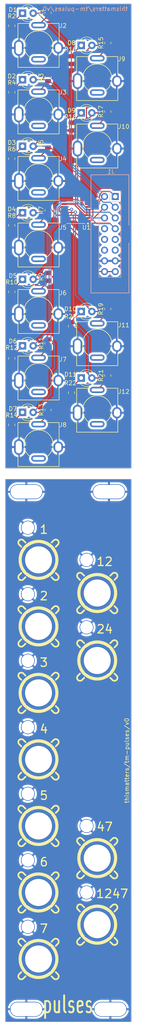
<source format=kicad_pcb>
(kicad_pcb (version 20221018) (generator pcbnew)
  (layers (0 "F.Cu" signal) (31 "B.Cu" signal) (34 "B.Paste" user) (35 "F.Paste" user) (36 "B.SilkS" user "B.Silkscreen") (37 "F.SilkS" user "F.Silkscreen") (38 "B.Mask" user) (39 "F.Mask" user) (44 "Edge.Cuts" user))
  (net 0 "")
  (net 1 "+12V")
  (net 2 "GND")
  (net 3 "Net-(D1-K)")
  (net 4 "/B1")
  (net 5 "Net-(D2-K)")
  (net 6 "/FACE")
  (net 7 "/B2")
  (net 8 "Net-(D3-K)")
  (net 9 "/B3")
  (net 10 "Net-(D4-K)")
  (net 11 "/B4")
  (net 12 "Net-(D5-K)")
  (net 13 "/B5")
  (net 14 "Net-(D6-K)")
  (net 15 "/B6")
  (net 16 "Net-(D7-K)")
  (net 17 "/B7")
  (net 18 "Net-(D8-K)")
  (net 19 "/B12")
  (net 20 "Net-(D9-K)")
  (net 21 "/B24")
  (net 22 "Net-(D10-K)")
  (net 23 "/B47")
  (net 24 "Net-(D11-K)")
  (net 25 "/B1247")
  (net 42 "Net-(J2-PadT)")
  (net 43 "Net-(J3-PadT)")
  (net 44 "Net-(J4-PadT)")
  (net 45 "Net-(J5-PadT)")
  (net 46 "Net-(J6-PadT)")
  (net 47 "Net-(J7-PadT)")
  (net 48 "Net-(J8-PadT)")
  (net 49 "Net-(J9-PadT)")
  (net 50 "Net-(J10-PadT)")
  (net 51 "Net-(J11-PadT)")
  (net 52 "Net-(J12-PadT)")
  (footprint "Resistor_SMD:R_0805_2012Metric" (layer "F.Cu") (at 137.908 67.936 90)
    (fp_text reference "R20" (at 2.286 -0.254 180) (layer "F.SilkS"))
    (fp_text value "2K")
    (pad "1" smd roundrect (at -0.9125 0 90) (size 1.025 1.4) (layers "F.Cu" "F.Paste" "F.Mask") (roundrect_rratio 0.243902) (net 2 "GND"))
    (pad "2" smd roundrect (at 0.9125 0 90) (size 1.025 1.4) (layers "F.Cu" "F.Paste" "F.Mask") (roundrect_rratio 0.243902) (net 22 "Net-(D10-K)"))
  )
  (footprint "LED_THT:LED_D3.0mm" (layer "F.Cu") (at 140.217 64.46)
    (fp_text reference "D10" (at -2.563 -0.588) (layer "F.SilkS"))
    (fp_text value "LED_GREEN")
    (pad "1" thru_hole rect (at 0 0) (size 1.8 1.8) (drill 0.9) (layers "*.Cu" "*.Mask") (net 22 "Net-(D10-K)"))
    (pad "2" thru_hole circle (at 2.54 0) (size 1.8 1.8) (drill 0.9) (layers "*.Cu" "*.Mask") (net 23 "/B47"))
  )
  (footprint "Eurorack:Mech-LED-Hole-3mm" (layer "F.Cu") (at 127.517 194.378)
    (fp_text reference "H21" hide)
    (fp_text value "6")
    (pad "1" thru_hole circle (at 0 0) (size 3.3 3.3) (drill 3) (layers "*.Cu" "*.Mask") (net 6 "/FACE"))
  )
  (footprint "LED_THT:LED_D3.0mm" (layer "F.Cu") (at 140.217 1.468)
    (fp_text reference "D8" (at -2.309 -0.588) (layer "F.SilkS"))
    (fp_text value "LED_GREEN")
    (pad "1" thru_hole rect (at 0 0) (size 1.8 1.8) (drill 0.9) (layers "*.Cu" "*.Mask") (net 18 "Net-(D8-K)"))
    (pad "2" thru_hole circle (at 2.54 0) (size 1.8 1.8) (drill 0.9) (layers "*.Cu" "*.Mask") (net 19 "/B12"))
  )
  (footprint "Eurorack:Mech-LED-Hole-3mm" (layer "F.Cu") (at 141.492 186.25)
    (fp_text reference "H25" hide)
    (fp_text value "47")
    (pad "1" thru_hole circle (at 0 0) (size 3.3 3.3) (drill 3) (layers "*.Cu" "*.Mask") (net 6 "/FACE"))
  )
  (footprint "LED_THT:LED_D3.0mm" (layer "F.Cu") (at 126.242 -6.152)
    (fp_text reference "D1" (at -2.304 -0.842) (layer "F.SilkS"))
    (fp_text value "LED_GREEN")
    (pad "1" thru_hole rect (at 0 0) (size 1.8 1.8) (drill 0.9) (layers "*.Cu" "*.Mask") (net 3 "Net-(D1-K)"))
    (pad "2" thru_hole circle (at 2.54 0) (size 1.8 1.8) (drill 0.9) (layers "*.Cu" "*.Mask") (net 4 "/B1"))
  )
  (footprint "Eurorack:Mech-LED-Hole-3mm" (layer "F.Cu") (at 127.517 131.386)
    (fp_text reference "H17" hide)
    (fp_text value "2")
    (pad "1" thru_hole circle (at 0 0) (size 3.3 3.3) (drill 3) (layers "*.Cu" "*.Mask") (net 6 "/FACE"))
  )
  (footprint "Resistor_SMD:R_0805_2012Metric" (layer "F.Cu") (at 123.684 59.808 90)
    (fp_text reference "R10" (at 2.286 0 180) (layer "F.SilkS"))
    (fp_text value "2K")
    (pad "1" smd roundrect (at -0.9125 0 90) (size 1.025 1.4) (layers "F.Cu" "F.Paste" "F.Mask") (roundrect_rratio 0.243902) (net 2 "GND"))
    (pad "2" smd roundrect (at 0.9125 0 90) (size 1.025 1.4) (layers "F.Cu" "F.Paste" "F.Mask") (roundrect_rratio 0.243902) (net 12 "Net-(D5-K)"))
  )
  (footprint "Eurorack:Mech-AudioJack-Hole-Output-Gate" (layer "F.Cu") (at 130.057 154.754)
    (fp_text reference "H7")
    (fp_text value "3" (at 1.275 -7.192 unlocked) (layer "F.SilkS") (effects (font (size 2 2) (thickness 0.3))))
    (pad "1" thru_hole circle (at 0 0 90) (size 8 8) (drill 6.4) (layers "*.Cu" "*.Mask") (net 6 "/FACE"))
  )
  (footprint "Resistor_SMD:R_0805_2012Metric" (layer "F.Cu") (at 132.32 24.756 90)
    (fp_text reference "R5" (at 0 -1.65 90) (layer "F.SilkS"))
    (fp_text value "1K")
    (pad "1" smd roundrect (at -0.9125 0 90) (size 1.025 1.4) (layers "F.Cu" "F.Paste" "F.Mask") (roundrect_rratio 0.243902) (net 44 "Net-(J4-PadT)"))
    (pad "2" smd roundrect (at 0.9125 0 90) (size 1.025 1.4) (layers "F.Cu" "F.Paste" "F.Mask") (roundrect_rratio 0.243902) (net 9 "/B3"))
  )
  (footprint "Eurorack:AudioJack2_Tayda_A-2566" (layer "F.Cu") (at 130.057 95.956)
    (fp_text reference "J8" (at 5.819 -4.652 unlocked) (layer "F.SilkS"))
    (fp_text value "OUT7")
    (pad "S" thru_hole oval (at -4.7 0.6) (size 2.25 3.75) (drill oval 1.45 2.95) (layers "*.Cu" "*.Mask") (net 2 "GND"))
    (pad "S" thru_hole oval (at 4.7 0.6) (size 2.25 2.7) (drill oval 1.45 1.9) (layers "*.Cu" "*.Mask") (net 2 "GND"))
    (pad "T" thru_hole oval (at 0 -4.8) (size 3.5 1.5) (drill oval 2.7 0.7) (layers "*.Cu" "*.Mask") (net 48 "Net-(J8-PadT)"))
    (pad "TN" thru_hole oval (at 0 3.3) (size 3.5 1.5) (drill oval 2.7 0.7) (layers "*.Cu" "*.Mask"))
  )
  (footprint "Eurorack:Mech-AudioJack-Hole-Output-Gate" (layer "F.Cu") (at 130.057 217.746)
    (fp_text reference "H11")
    (fp_text value "7" (at 1.275 -7.192 unlocked) (layer "F.SilkS") (effects (font (size 2 2) (thickness 0.3))))
    (pad "1" thru_hole circle (at 0 0 90) (size 8 8) (drill 6.4) (layers "*.Cu" "*.Mask") (net 6 "/FACE"))
  )
  (footprint "Resistor_SMD:R_0805_2012Metric" (layer "F.Cu") (at 146.544 17.136 90)
    (fp_text reference "R17" (at 0 -1.65 90) (layer "F.SilkS"))
    (fp_text value "1K")
    (pad "1" smd roundrect (at -0.9125 0 90) (size 1.025 1.4) (layers "F.Cu" "F.Paste" "F.Mask") (roundrect_rratio 0.243902) (net 50 "Net-(J10-PadT)"))
    (pad "2" smd roundrect (at 0.9125 0 90) (size 1.025 1.4) (layers "F.Cu" "F.Paste" "F.Mask") (roundrect_rratio 0.243902) (net 21 "/B24"))
  )
  (footprint "Resistor_SMD:R_0805_2012Metric" (layer "F.Cu") (at 137.908 4.944 90)
    (fp_text reference "R16" (at 2.54 -0.254 180) (layer "F.SilkS"))
    (fp_text value "2K")
    (pad "1" smd roundrect (at -0.9125 0 90) (size 1.025 1.4) (layers "F.Cu" "F.Paste" "F.Mask") (roundrect_rratio 0.243902) (net 2 "GND"))
    (pad "2" smd roundrect (at 0.9125 0 90) (size 1.025 1.4) (layers "F.Cu" "F.Paste" "F.Mask") (roundrect_rratio 0.243902) (net 18 "Net-(D8-K)"))
  )
  (footprint "Resistor_SMD:R_0805_2012Metric" (layer "F.Cu") (at 132.32 9.008 90)
    (fp_text reference "R3" (at 0 -1.65 90) (layer "F.SilkS"))
    (fp_text value "1K")
    (pad "1" smd roundrect (at -0.9125 0 90) (size 1.025 1.4) (layers "F.Cu" "F.Paste" "F.Mask") (roundrect_rratio 0.243902) (net 43 "Net-(J3-PadT)"))
    (pad "2" smd roundrect (at 0.9125 0 90) (size 1.025 1.4) (layers "F.Cu" "F.Paste" "F.Mask") (roundrect_rratio 0.243902) (net 7 "/B2"))
  )
  (footprint "LED_THT:LED_D3.0mm" (layer "F.Cu") (at 126.242 56.84)
    (fp_text reference "D5" (at -2.304 -0.842) (layer "F.SilkS"))
    (fp_text value "LED_GREEN")
    (pad "1" thru_hole rect (at 0 0) (size 1.8 1.8) (drill 0.9) (layers "*.Cu" "*.Mask") (net 12 "Net-(D5-K)"))
    (pad "2" thru_hole circle (at 2.54 0) (size 1.8 1.8) (drill 0.9) (layers "*.Cu" "*.Mask") (net 13 "/B5"))
  )
  (footprint "Package_SO:TSSOP-14_4.4x5mm_P0.65mm" (layer "F.Cu") (at 138.924 41.012 180)
    (fp_text reference "U1" (at -2.54 -3.556) (layer "F.SilkS"))
    (fp_text value "4081")
    (pad "1" smd roundrect (at -2.8625 -1.95 180) (size 1.475 0.4) (layers "F.Cu" "F.Paste" "F.Mask") (net 11 "/B4"))
    (pad "2" smd roundrect (at -2.8625 -1.3 180) (size 1.475 0.4) (layers "F.Cu" "F.Paste" "F.Mask") (net 7 "/B2"))
    (pad "3" smd roundrect (at -2.8625 -0.65 180) (size 1.475 0.4) (layers "F.Cu" "F.Paste" "F.Mask") (net 19 "/B12"))
    (pad "4" smd roundrect (at -2.8625 0 180) (size 1.475 0.4) (layers "F.Cu" "F.Paste" "F.Mask") (net 21 "/B24"))
    (pad "5" smd roundrect (at -2.8625 0.65 180) (size 1.475 0.4) (layers "F.Cu" "F.Paste" "F.Mask") (net 7 "/B2"))
    (pad "6" smd roundrect (at -2.8625 1.3 180) (size 1.475 0.4) (layers "F.Cu" "F.Paste" "F.Mask") (net 4 "/B1"))
    (pad "7" smd roundrect (at -2.8625 1.95 180) (size 1.475 0.4) (layers "F.Cu" "F.Paste" "F.Mask") (net 2 "GND"))
    (pad "8" smd roundrect (at 2.8625 1.95 180) (size 1.475 0.4) (layers "F.Cu" "F.Paste" "F.Mask") (net 19 "/B12"))
    (pad "9" smd roundrect (at 2.8625 1.3 180) (size 1.475 0.4) (layers "F.Cu" "F.Paste" "F.Mask") (net 23 "/B47"))
    (pad "10" smd roundrect (at 2.8625 0.65 180) (size 1.475 0.4) (layers "F.Cu" "F.Paste" "F.Mask") (net 25 "/B1247"))
    (pad "11" smd roundrect (at 2.8625 0 180) (size 1.475 0.4) (layers "F.Cu" "F.Paste" "F.Mask") (net 23 "/B47"))
    (pad "12" smd roundrect (at 2.8625 -0.65 180) (size 1.475 0.4) (layers "F.Cu" "F.Paste" "F.Mask") (net 11 "/B4"))
    (pad "13" smd roundrect (at 2.8625 -1.3 180) (size 1.475 0.4) (layers "F.Cu" "F.Paste" "F.Mask") (net 17 "/B7"))
    (pad "14" smd roundrect (at 2.8625 -1.95 180) (size 1.475 0.4) (layers "F.Cu" "F.Paste" "F.Mask") (net 1 "+12V"))
  )
  (footprint "Eurorack:Mech-MountingHole" (layer "F.Cu") (at 127.16 107.14)
    (fp_text reference "H1")
    (fp_text value "mount0")
    (pad "1" thru_hole oval (at 0 0 90) (size 3.5 7.8) (drill oval 3.2 7.5) (layers "*.Cu" "*.Mask") (net 6 "/FACE"))
  )
  (footprint "Eurorack:Mech-LED-Hole-3mm" (layer "F.Cu") (at 141.492 139.234)
    (fp_text reference "H24" hide)
    (fp_text value "24")
    (pad "1" thru_hole circle (at 0 0) (size 3.3 3.3) (drill 3) (layers "*.Cu" "*.Mask") (net 6 "/FACE"))
  )
  (footprint "Eurorack:Mech-AudioJack-Hole-Output-Gate" (layer "F.Cu") (at 130.057 123.258)
    (fp_text reference "H5")
    (fp_text value "1" (at 1.275 -7.192 unlocked) (layer "F.SilkS") (effects (font (size 2 2) (thickness 0.3))))
    (pad "1" thru_hole circle (at 0 0 90) (size 8 8) (drill 6.4) (layers "*.Cu" "*.Mask") (net 6 "/FACE"))
  )
  (footprint "Resistor_SMD:R_0805_2012Metric" (layer "F.Cu") (at 137.908 20.692 90)
    (fp_text reference "R18" (at 2.286 -0.254 180) (layer "F.SilkS"))
    (fp_text value "2K")
    (pad "1" smd roundrect (at -0.9125 0 90) (size 1.025 1.4) (layers "F.Cu" "F.Paste" "F.Mask") (roundrect_rratio 0.243902) (net 2 "GND"))
    (pad "2" smd roundrect (at 0.9125 0 90) (size 1.025 1.4) (layers "F.Cu" "F.Paste" "F.Mask") (roundrect_rratio 0.243902) (net 20 "Net-(D9-K)"))
  )
  (footprint "Eurorack:Mech-LED-Hole-3mm" (layer "F.Cu") (at 127.517 162.882)
    (fp_text reference "H19" hide)
    (fp_text value "4")
    (pad "1" thru_hole circle (at 0 0) (size 3.3 3.3) (drill 3) (layers "*.Cu" "*.Mask") (net 6 "/FACE"))
  )
  (footprint "Eurorack:Mech-MountingHole" (layer "F.Cu") (at 127.16 229.64)
    (fp_text reference "H4")
    (fp_text value "mount1")
    (pad "1" thru_hole oval (at 0 0 90) (size 3.5 7.8) (drill oval 3.2 7.5) (layers "*.Cu" "*.Mask") (net 6 "/FACE"))
  )
  (footprint "Eurorack:Mech-AudioJack-Hole-Output-Gate" (layer "F.Cu") (at 144.032 147.08)
    (fp_text reference "H13")
    (fp_text value "24" (at 1.778 -7.42 unlocked) (layer "F.SilkS") (effects (font (size 2 2) (thickness 0.3))))
    (pad "1" thru_hole circle (at 0 0 90) (size 8 8) (drill 6.4) (layers "*.Cu" "*.Mask") (net 6 "/FACE"))
  )
  (footprint "Eurorack:AudioJack2_Tayda_A-2566" (layer "F.Cu") (at 130.057 17.216)
    (fp_text reference "J3" (at 5.819 -4.652 unlocked) (layer "F.SilkS"))
    (fp_text value "OUT2")
    (pad "S" thru_hole oval (at -4.7 0.6) (size 2.25 3.75) (drill oval 1.45 2.95) (layers "*.Cu" "*.Mask") (net 2 "GND"))
    (pad "S" thru_hole oval (at 4.7 0.6) (size 2.25 2.7) (drill oval 1.45 1.9) (layers "*.Cu" "*.Mask") (net 2 "GND"))
    (pad "T" thru_hole oval (at 0 -4.8) (size 3.5 1.5) (drill oval 2.7 0.7) (layers "*.Cu" "*.Mask") (net 43 "Net-(J3-PadT)"))
    (pad "TN" thru_hole oval (at 0 3.3) (size 3.5 1.5) (drill oval 2.7 0.7) (layers "*.Cu" "*.Mask"))
  )
  (footprint "Eurorack:Mech-AudioJack-Hole-Output-Gate" (layer "F.Cu") (at 130.057 186.25)
    (fp_text reference "H9")
    (fp_text value "5" (at 1.275 -7.192 unlocked) (layer "F.SilkS") (effects (font (size 2 2) (thickness 0.3))))
    (pad "1" thru_hole circle (at 0 0 90) (size 8 8) (drill 6.4) (layers "*.Cu" "*.Mask") (net 6 "/FACE"))
  )
  (footprint "Eurorack:AudioJack2_Tayda_A-2566" (layer "F.Cu") (at 144.032 9.316)
    (fp_text reference "J9" (at 5.814 -4.626 unlocked) (layer "F.SilkS"))
    (fp_text value "OUT12")
    (pad "S" thru_hole oval (at -4.7 0.6) (size 2.25 3.75) (drill oval 1.45 2.95) (layers "*.Cu" "*.Mask") (net 2 "GND"))
    (pad "S" thru_hole oval (at 4.7 0.6) (size 2.25 2.7) (drill oval 1.45 1.9) (layers "*.Cu" "*.Mask") (net 2 "GND"))
    (pad "T" thru_hole oval (at 0 -4.8) (size 3.5 1.5) (drill oval 2.7 0.7) (layers "*.Cu" "*.Mask") (net 49 "Net-(J9-PadT)"))
    (pad "TN" thru_hole oval (at 0 3.3) (size 3.5 1.5) (drill oval 2.7 0.7) (layers "*.Cu" "*.Mask"))
  )
  (footprint "Resistor_SMD:R_0805_2012Metric" (layer "F.Cu") (at 132.32 -6.232 90)
    (fp_text reference "R1" (at 0 -1.65 90) (layer "F.SilkS"))
    (fp_text value "1K")
    (pad "1" smd roundrect (at -0.9125 0 90) (size 1.025 1.4) (layers "F.Cu" "F.Paste" "F.Mask") (roundrect_rratio 0.243902) (net 42 "Net-(J2-PadT)"))
    (pad "2" smd roundrect (at 0.9125 0 90) (size 1.025 1.4) (layers "F.Cu" "F.Paste" "F.Mask") (roundrect_rratio 0.243902) (net 4 "/B1"))
  )
  (footprint "Eurorack:AudioJack2_Tayda_A-2566" (layer "F.Cu") (at 130.057 80.208)
    (fp_text reference "J7" (at 5.819 -4.398 unlocked) (layer "F.SilkS"))
    (fp_text value "OUT6")
    (pad "S" thru_hole oval (at -4.7 0.6) (size 2.25 3.75) (drill oval 1.45 2.95) (layers "*.Cu" "*.Mask") (net 2 "GND"))
    (pad "S" thru_hole oval (at 4.7 0.6) (size 2.25 2.7) (drill oval 1.45 1.9) (layers "*.Cu" "*.Mask") (net 2 "GND"))
    (pad "T" thru_hole oval (at 0 -4.8) (size 3.5 1.5) (drill oval 2.7 0.7) (layers "*.Cu" "*.Mask") (net 47 "Net-(J7-PadT)"))
    (pad "TN" thru_hole oval (at 0 3.3) (size 3.5 1.5) (drill oval 2.7 0.7) (layers "*.Cu" "*.Mask"))
  )
  (footprint "Resistor_SMD:R_0805_2012Metric" (layer "F.Cu") (at 123.684 44.06 90)
    (fp_text reference "R8" (at 2.286 0 180) (layer "F.SilkS"))
    (fp_text value "2K")
    (pad "1" smd roundrect (at -0.9125 0 90) (size 1.025 1.4) (layers "F.Cu" "F.Paste" "F.Mask") (roundrect_rratio 0.243902) (net 2 "GND"))
    (pad "2" smd roundrect (at 0.9125 0 90) (size 1.025 1.4) (layers "F.Cu" "F.Paste" "F.Mask") (roundrect_rratio 0.243902) (net 10 "Net-(D4-K)"))
  )
  (footprint "Eurorack:Mech-AudioJack-Hole-Output-Gate" (layer "F.Cu") (at 144.032 193.87)
    (fp_text reference "H14")
    (fp_text value "47" (at 1.778 -7.42 unlocked) (layer "F.SilkS") (effects (font (size 2 2) (thickness 0.3))))
    (pad "1" thru_hole circle (at 0 0 90) (size 8 8) (drill 6.4) (layers "*.Cu" "*.Mask") (net 6 "/FACE"))
  )
  (footprint "Eurorack:Mech-LED-Hole-3mm" (layer "F.Cu") (at 127.517 210.126)
    (fp_text reference "H22" hide)
    (fp_text value "7")
    (pad "1" thru_hole circle (at 0 0) (size 3.3 3.3) (drill 3) (layers "*.Cu" "*.Mask") (net 6 "/FACE"))
  )
  (footprint "Resistor_SMD:R_0805_2012Metric" (layer "F.Cu") (at 123.684 28.312 90)
    (fp_text reference "R6" (at 2.286 0 180) (layer "F.SilkS"))
    (fp_text value "2K")
    (pad "1" smd roundrect (at -0.9125 0 90) (size 1.025 1.4) (layers "F.Cu" "F.Paste" "F.Mask") (roundrect_rratio 0.243902) (net 2 "GND"))
    (pad "2" smd roundrect (at 0.9125 0 90) (size 1.025 1.4) (layers "F.Cu" "F.Paste" "F.Mask") (roundrect_rratio 0.243902) (net 8 "Net-(D3-K)"))
  )
  (footprint "Resistor_SMD:R_0805_2012Metric" (layer "F.Cu") (at 132.32 56.252 90)
    (fp_text reference "R9" (at 0 -1.65 90) (layer "F.SilkS"))
    (fp_text value "1K")
    (pad "1" smd roundrect (at -0.9125 0 90) (size 1.025 1.4) (layers "F.Cu" "F.Paste" "F.Mask") (roundrect_rratio 0.243902) (net 46 "Net-(J6-PadT)"))
    (pad "2" smd roundrect (at 0.9125 0 90) (size 1.025 1.4) (layers "F.Cu" "F.Paste" "F.Mask") (roundrect_rratio 0.243902) (net 13 "/B5"))
  )
  (footprint "Resistor_SMD:R_0805_2012Metric" (layer "F.Cu") (at 132.32 40.504 90)
    (fp_text reference "R7" (at 0 -1.65 90) (layer "F.SilkS"))
    (fp_text value "1K")
    (pad "1" smd roundrect (at -0.9125 0 90) (size 1.025 1.4) (layers "F.Cu" "F.Paste" "F.Mask") (roundrect_rratio 0.243902) (net 45 "Net-(J5-PadT)"))
    (pad "2" smd roundrect (at 0.9125 0 90) (size 1.025 1.4) (layers "F.Cu" "F.Paste" "F.Mask") (roundrect_rratio 0.243902) (net 11 "/B4"))
  )
  (footprint "Eurorack:Mech-AudioJack-Hole-Output-Gate" (layer "F.Cu") (at 130.057 139.006)
    (fp_text reference "H6")
    (fp_text value "2" (at 1.275 -7.192 unlocked) (layer "F.SilkS") (effects (font (size 2 2) (thickness 0.3))))
    (pad "1" thru_hole circle (at 0 0 90) (size 8 8) (drill 6.4) (layers "*.Cu" "*.Mask") (net 6 "/FACE"))
  )
  (footprint "Eurorack:AudioJack2_Tayda_A-2566" (layer "F.Cu") (at 130.057 32.964)
    (fp_text reference "J4" (at 5.819 -4.652 unlocked) (layer "F.SilkS"))
    (fp_text value "OUT3")
    (pad "S" thru_hole oval (at -4.7 0.6) (size 2.25 3.75) (drill oval 1.45 2.95) (layers "*.Cu" "*.Mask") (net 2 "GND"))
    (pad "S" thru_hole oval (at 4.7 0.6) (size 2.25 2.7) (drill oval 1.45 1.9) (layers "*.Cu" "*.Mask") (net 2 "GND"))
    (pad "T" thru_hole oval (at 0 -4.8) (size 3.5 1.5) (drill oval 2.7 0.7) (layers "*.Cu" "*.Mask") (net 44 "Net-(J4-PadT)"))
    (pad "TN" thru_hole oval (at 0 3.3) (size 3.5 1.5) (drill oval 2.7 0.7) (layers "*.Cu" "*.Mask"))
  )
  (footprint "Eurorack:Mech-AudioJack-Hole-Output-Gate" (layer "F.Cu") (at 130.057 170.502)
    (fp_text reference "H8")
    (fp_text value "4" (at 1.275 -7.192 unlocked) (layer "F.SilkS") (effects (font (size 2 2) (thickness 0.3))))
    (pad "1" thru_hole circle (at 0 0 90) (size 8 8) (drill 6.4) (layers "*.Cu" "*.Mask") (net 6 "/FACE"))
  )
  (footprint "Eurorack:Mech-LED-Hole-3mm" (layer "F.Cu") (at 127.517 178.63)
    (fp_text reference "H20" hide)
    (fp_text value "5")
    (pad "1" thru_hole circle (at 0 0) (size 3.3 3.3) (drill 3) (layers "*.Cu" "*.Mask") (net 6 "/FACE"))
  )
  (footprint "Eurorack:AudioJack2_Tayda_A-2566" (layer "F.Cu") (at 130.057 1.468)
    (fp_text reference "J2" (at 5.819 -4.652 unlocked) (layer "F.SilkS"))
    (fp_text value "OUT1")
    (pad "S" thru_hole oval (at -4.7 0.6) (size 2.25 3.75) (drill oval 1.45 2.95) (layers "*.Cu" "*.Mask") (net 2 "GND"))
    (pad "S" thru_hole oval (at 4.7 0.6) (size 2.25 2.7) (drill oval 1.45 1.9) (layers "*.Cu" "*.Mask") (net 2 "GND"))
    (pad "T" thru_hole oval (at 0 -4.8) (size 3.5 1.5) (drill oval 2.7 0.7) (layers "*.Cu" "*.Mask") (net 42 "Net-(J2-PadT)"))
    (pad "TN" thru_hole oval (at 0 3.3) (size 3.5 1.5) (drill oval 2.7 0.7) (layers "*.Cu" "*.Mask"))
  )
  (footprint "LED_THT:LED_D3.0mm" (layer "F.Cu") (at 126.242 88.336)
    (fp_text reference "D7" (at -2.304 -0.842) (layer "F.SilkS"))
    (fp_text value "LED_GREEN")
    (pad "1" thru_hole rect (at 0 0) (size 1.8 1.8) (drill 0.9) (layers "*.Cu" "*.Mask") (net 16 "Net-(D7-K)"))
    (pad "2" thru_hole circle (at 2.54 0) (size 1.8 1.8) (drill 0.9) (layers "*.Cu" "*.Mask") (net 17 "/B7"))
  )
  (footprint "Eurorack:Mech-MountingHole" (layer "F.Cu") (at 146.82 107.14)
    (fp_text reference "H2")
    (fp_text value "mount1")
    (pad "1" thru_hole oval (at 0 0 90) (size 3.5 7.8) (drill oval 3.2 7.5) (layers "*.Cu" "*.Mask") (net 6 "/FACE"))
  )
  (footprint "LED_THT:LED_D3.0mm" (layer "F.Cu") (at 140.217 17.444)
    (fp_text reference "D9" (at -2.309 -0.562) (layer "F.SilkS"))
    (fp_text value "LED_GREEN")
    (pad "1" thru_hole rect (at 0 0) (size 1.8 1.8) (drill 0.9) (layers "*.Cu" "*.Mask") (net 20 "Net-(D9-K)"))
    (pad "2" thru_hole circle (at 2.54 0) (size 1.8 1.8) (drill 0.9) (layers "*.Cu" "*.Mask") (net 21 "/B24"))
  )
  (footprint "Eurorack:Mech-LED-Hole-3mm" (layer "F.Cu") (at 141.492 123.258)
    (fp_text reference "H23" hide)
    (fp_text value "12")
    (pad "1" thru_hole circle (at 0 0) (size 3.3 3.3) (drill 3) (layers "*.Cu" "*.Mask") (net 6 "/FACE"))
  )
  (footprint "Resistor_SMD:R_0805_2012Metric" (layer "F.Cu") (at 123.684 75.556 90)
    (fp_text reference "R12" (at 2.54 0 180) (layer "F.SilkS"))
    (fp_text value "2K")
    (pad "1" smd roundrect (at -0.9125 0 90) (size 1.025 1.4) (layers "F.Cu" "F.Paste" "F.Mask") (roundrect_rratio 0.243902) (net 2 "GND"))
    (pad "2" smd roundrect (at 0.9125 0 90) (size 1.025 1.4) (layers "F.Cu" "F.Paste" "F.Mask") (roundrect_rratio 0.243902) (net 14 "Net-(D6-K)"))
  )
  (footprint "Eurorack:AudioJack2_Tayda_A-2566" (layer "F.Cu") (at 144.032 87.828)
    (fp_text reference "J12" (at 6.322 -4.398 unlocked) (layer "F.SilkS"))
    (fp_text value "OUT1247")
    (pad "S" thru_hole oval (at -4.7 0.6) (size 2.25 3.75) (drill oval 1.45 2.95) (layers "*.Cu" "*.Mask") (net 2 "GND"))
    (pad "S" thru_hole oval (at 4.7 0.6) (size 2.25 2.7) (drill oval 1.45 1.9) (layers "*.Cu" "*.Mask") (net 2 "GND"))
    (pad "T" thru_hole oval (at 0 -4.8) (size 3.5 1.5) (drill oval 2.7 0.7) (layers "*.Cu" "*.Mask") (net 52 "Net-(J12-PadT)"))
    (pad "TN" thru_hole oval (at 0 3.3) (size 3.5 1.5) (drill oval 2.7 0.7) (layers "*.Cu" "*.Mask"))
  )
  (footprint "Eurorack:Mech-LED-Hole-3mm" (layer "F.Cu") (at 127.517 147.134)
    (fp_text reference "H18" hide)
    (fp_text value "3")
    (pad "1" thru_hole circle (at 0 0) (size 3.3 3.3) (drill 3) (layers "*.Cu" "*.Mask") (net 6 "/FACE"))
  )
  (footprint "Eurorack:Mech-LED-Hole-3mm" (layer "F.Cu") (at 127.517 115.638)
    (fp_text reference "H16" hide)
    (fp_text value "1")
    (pad "1" thru_hole circle (at 0 0) (size 3.3 3.3) (drill 3) (layers "*.Cu" "*.Mask") (net 6 "/FACE"))
  )
  (footprint "LED_THT:LED_D3.0mm" (layer "F.Cu") (at 126.242 9.596)
    (fp_text reference "D2" (at -2.558 -0.842) (layer "F.SilkS"))
    (fp_text value "LED_GREEN")
    (pad "1" thru_hole rect (at 0 0) (size 1.8 1.8) (drill 0.9) (layers "*.Cu" "*.Mask") (net 5 "Net-(D2-K)"))
    (pad "2" thru_hole circle (at 2.54 0) (size 1.8 1.8) (drill 0.9) (layers "*.Cu" "*.Mask") (net 7 "/B2"))
  )
  (footprint "LED_THT:LED_D3.0mm" (layer "F.Cu") (at 140.217 80.208)
    (fp_text reference "D11" (at -2.563 -0.842) (layer "F.SilkS"))
    (fp_text value "LED_GREEN")
    (pad "1" thru_hole rect (at 0 0) (size 1.8 1.8) (drill 0.9) (layers "*.Cu" "*.Mask") (net 24 "Net-(D11-K)"))
    (pad "2" thru_hole circle (at 2.54 0) (size 1.8 1.8) (drill 0.9) (layers "*.Cu" "*.Mask") (net 25 "/B1247"))
  )
  (footprint "Resistor_SMD:R_0805_2012Metric" (layer "F.Cu") (at 123.684 91.304 90)
    (fp_text reference "R14" (at 2.286 0 180) (layer "F.SilkS"))
    (fp_text value "2K")
    (pad "1" smd roundrect (at -0.9125 0 90) (size 1.025 1.4) (layers "F.Cu" "F.Paste" "F.Mask") (roundrect_rratio 0.243902) (net 2 "GND"))
    (pad "2" smd roundrect (at 0.9125 0 90) (size 1.025 1.4) (layers "F.Cu" "F.Paste" "F.Mask") (roundrect_rratio 0.243902) (net 16 "Net-(D7-K)"))
  )
  (footprint "LED_THT:LED_D3.0mm" (layer "F.Cu") (at 126.242 41.092)
    (fp_text reference "D4" (at -2.558 -0.842) (layer "F.SilkS"))
    (fp_text value "LED_GREEN")
    (pad "1" thru_hole rect (at 0 0) (size 1.8 1.8) (drill 0.9) (layers "*.Cu" "*.Mask") (net 10 "Net-(D4-K)"))
    (pad "2" thru_hole circle (at 2.54 0) (size 1.8 1.8) (drill 0.9) (layers "*.Cu" "*.Mask") (net 11 "/B4"))
  )
  (footprint "Resistor_SMD:R_0805_2012Metric" (layer "F.Cu") (at 146.544 0.88 90)
    (fp_text reference "R15" (at 0 -1.65 90) (layer "F.SilkS"))
    (fp_text value "1K")
    (pad "1" smd roundrect (at -0.9125 0 90) (size 1.025 1.4) (layers "F.Cu" "F.Paste" "F.Mask") (roundrect_rratio 0.243902) (net 49 "Net-(J9-PadT)"))
    (pad "2" smd roundrect (at 0.9125 0 90) (size 1.025 1.4) (layers "F.Cu" "F.Paste" "F.Mask") (roundrect_rratio 0.243902) (net 19 "/B12"))
  )
  (footprint "Eurorack:Mech-AudioJack-Hole-Output-Gate" (layer "F.Cu") (at 144.032 209.618)
    (fp_text reference "H15")
    (fp_text value "1247" (at 3.556 -7.319 unlocked) (layer "F.SilkS") (effects (font (size 2 2) (thickness 0.3))))
    (pad "1" thru_hole circle (at 0 0 90) (size 8 8) (drill 6.4) (layers "*.Cu" "*.Mask") (net 6 "/FACE"))
  )
  (footprint "Resistor_SMD:R_0805_2012Metric" (layer "F.Cu") (at 132.32 72 90)
    (fp_text reference "R11" (at 0 -1.65 90) (layer "F.SilkS"))
    (fp_text value "1K")
    (pad "1" smd roundrect (at -0.9125 0 90) (size 1.025 1.4) (layers "F.Cu" "F.Paste" "F.Mask") (roundrect_rratio 0.243902) (net 47 "Net-(J7-PadT)"))
    (pad "2" smd roundrect (at 0.9125 0 90) (size 1.025 1.4) (layers "F.Cu" "F.Paste" "F.Mask") (roundrect_rratio 0.243902) (net 15 "/B6"))
  )
  (footprint "Eurorack:Mech-MountingHole" (layer "F.Cu") (at 147.16 229.64)
    (fp_text reference "H3")
    (fp_text value "mount1")
    (pad "1" thru_hole oval (at 0 0 90) (size 3.5 7.8) (drill oval 3.2 7.5) (layers "*.Cu" "*.Mask") (net 6 "/FACE"))
  )
  (footprint "Eurorack:AudioJack2_Tayda_A-2566" (layer "F.Cu") (at 144.032 25.29)
    (fp_text reference "J10" (at 6.322 -4.598 unlocked) (layer "F.SilkS"))
    (fp_text value "OUT24")
    (pad "S" thru_hole oval (at -4.7 0.6) (size 2.25 3.75) (drill oval 1.45 2.95) (layers "*.Cu" "*.Mask") (net 2 "GND"))
    (pad "S" thru_hole oval (at 4.7 0.6) (size 2.25 2.7) (drill oval 1.45 1.9) (layers "*.Cu" "*.Mask") (net 2 "GND"))
    (pad "T" thru_hole oval (at 0 -4.8) (size 3.5 1.5) (drill oval 2.7 0.7) (layers "*.Cu" "*.Mask") (net 50 "Net-(J10-PadT)"))
    (pad "TN" thru_hole oval (at 0 3.3) (size 3.5 1.5) (drill oval 2.7 0.7) (layers "*.Cu" "*.Mask"))
  )
  (footprint "Resistor_SMD:R_0805_2012Metric" (layer "F.Cu") (at 132.32 87.748 90)
    (fp_text reference "R13" (at 0 -1.65 90) (layer "F.SilkS"))
    (fp_text value "1K")
    (pad "1" smd roundrect (at -0.9125 0 90) (size 1.025 1.4) (layers "F.Cu" "F.Paste" "F.Mask") (roundrect_rratio 0.243902) (net 48 "Net-(J8-PadT)"))
    (pad "2" smd roundrect (at 0.9125 0 90) (size 1.025 1.4) (layers "F.Cu" "F.Paste" "F.Mask") (roundrect_rratio 0.243902) (net 17 "/B7"))
  )
  (footprint "Eurorack:AudioJack2_Tayda_A-2566" (layer "F.Cu") (at 130.057 64.46)
    (fp_text reference "J6" (at 5.819 -4.398 unlocked) (layer "F.SilkS"))
    (fp_text value "OUT5")
    (pad "S" thru_hole oval (at -4.7 0.6) (size 2.25 3.75) (drill oval 1.45 2.95) (layers "*.Cu" "*.Mask") (net 2 "GND"))
    (pad "S" thru_hole oval (at 4.7 0.6) (size 2.25 2.7) (drill oval 1.45 1.9) (layers "*.Cu" "*.Mask") (net 2 "GND"))
    (pad "T" thru_hole oval (at 0 -4.8) (size 3.5 1.5) (drill oval 2.7 0.7) (layers "*.Cu" "*.Mask") (net 46 "Net-(J6-PadT)"))
    (pad "TN" thru_hole oval (at 0 3.3) (size 3.5 1.5) (drill oval 2.7 0.7) (layers "*.Cu" "*.Mask"))
  )
  (footprint "Resistor_SMD:R_0805_2012Metric" (layer "F.Cu") (at 123.684 12.564 90)
    (fp_text reference "R4" (at 2.286 0 180) (layer "F.SilkS"))
    (fp_text value "2K")
    (pad "1" smd roundrect (at -0.9125 0 90) (size 1.025 1.4) (layers "F.Cu" "F.Paste" "F.Mask") (roundrect_rratio 0.243902) (net 2 "GND"))
    (pad "2" smd roundrect (at 0.9125 0 90) (size 1.025 1.4) (layers "F.Cu" "F.Paste" "F.Mask") (roundrect_rratio 0.243902) (net 5 "Net-(D2-K)"))
  )
  (footprint "Eurorack:Mech-AudioJack-Hole-Output-Gate" (layer "F.Cu") (at 144.032 131.106)
    (fp_text reference "H12")
    (fp_text value "12" (at 1.778 -7.42 unlocked) (layer "F.SilkS") (effects (font (size 2 2) (thickness 0.3))))
    (pad "1" thru_hole circle (at 0 0 90) (size 8 8) (drill 6.4) (layers "*.Cu" "*.Mask") (net 6 "/FACE"))
  )
  (footprint "Resistor_SMD:R_0805_2012Metric" (layer "F.Cu") (at 146.544 79.62 90)
    (fp_text reference "R21" (at 0 -1.65 90) (layer "F.SilkS"))
    (fp_text value "1K")
    (pad "1" smd roundrect (at -0.9125 0 90) (size 1.025 1.4) (layers "F.Cu" "F.Paste" "F.Mask") (roundrect_rratio 0.243902) (net 52 "Net-(J12-PadT)"))
    (pad "2" smd roundrect (at 0.9125 0 90) (size 1.025 1.4) (layers "F.Cu" "F.Paste" "F.Mask") (roundrect_rratio 0.243902) (net 25 "/B1247"))
  )
  (footprint "Eurorack:AudioJack2_Tayda_A-2566" (layer "F.Cu") (at 144.032 72.08)
    (fp_text reference "J11" (at 6.322 -4.398 unlocked) (layer "F.SilkS"))
    (fp_text value "OUT47")
    (pad "S" thru_hole oval (at -4.7 0.6) (size 2.25 3.75) (drill oval 1.45 2.95) (layers "*.Cu" "*.Mask") (net 2 "GND"))
    (pad "S" thru_hole oval (at 4.7 0.6) (size 2.25 2.7) (drill oval 1.45 1.9) (layers "*.Cu" "*.Mask") (net 2 "GND"))
    (pad "T" thru_hole oval (at 0 -4.8) (size 3.5 1.5) (drill oval 2.7 0.7) (layers "*.Cu" "*.Mask") (net 51 "Net-(J11-PadT)"))
    (pad "TN" thru_hole oval (at 0 3.3) (size 3.5 1.5) (drill oval 2.7 0.7) (layers "*.Cu" "*.Mask"))
  )
  (footprint "LED_THT:LED_D3.0mm" (layer "F.Cu") (at 126.242 25.344)
    (fp_text reference "D3" (at -2.558 -0.842) (layer "F.SilkS"))
    (fp_text value "LED_GREEN")
    (pad "1" thru_hole rect (at 0 0) (size 1.8 1.8) (drill 0.9) (layers "*.Cu" "*.Mask") (net 8 "Net-(D3-K)"))
    (pad "2" thru_hole circle (at 2.54 0) (size 1.8 1.8) (drill 0.9) (layers "*.Cu" "*.Mask") (net 9 "/B3"))
  )
  (footprint "Eurorack:Mech-AudioJack-Hole-Output-Gate" (layer "F.Cu") (at 130.057 201.998)
    (fp_text reference "H10")
    (fp_text value "6" (at 1.275 -7.192 unlocked) (layer "F.SilkS") (effects (font (size 2 2) (thickness 0.3))))
    (pad "1" thru_hole circle (at 0 0 90) (size 8 8) (drill 6.4) (layers "*.Cu" "*.Mask") (net 6 "/FACE"))
  )
  (footprint "Resistor_SMD:R_0805_2012Metric" (layer "F.Cu") (at 137.908 83.684 90)
    (fp_text reference "R22" (at 2.286 -0.254 180) (layer "F.SilkS"))
    (fp_text value "2K")
    (pad "1" smd roundrect (at -0.9125 0 90) (size 1.025 1.4) (layers "F.Cu" "F.Paste" "F.Mask") (roundrect_rratio 0.243902) (net 2 "GND"))
    (pad "2" smd roundrect (at 0.9125 0 90) (size 1.025 1.4) (layers "F.Cu" "F.Paste" "F.Mask") (roundrect_rratio 0.243902) (net 24 "Net-(D11-K)"))
  )
  (footprint "Resistor_SMD:R_0805_2012Metric" (layer "F.Cu") (at 123.684 -3.184 90)
    (fp_text reference "R2" (at 2.286 0 180) (layer "F.SilkS"))
    (fp_text value "2K")
    (pad "1" smd roundrect (at -0.9125 0 90) (size 1.025 1.4) (layers "F.Cu" "F.Paste" "F.Mask") (roundrect_rratio 0.243902) (net 2 "GND"))
    (pad "2" smd roundrect (at 0.9125 0 90) (size 1.025 1.4) (layers "F.Cu" "F.Paste" "F.Mask") (roundrect_rratio 0.243902) (net 3 "Net-(D1-K)"))
  )
  (footprint "Resistor_SMD:R_0805_2012Metric" (layer "F.Cu") (at 146.544 63.872 90)
    (fp_text reference "R19" (at 0 -1.65 90) (layer "F.SilkS"))
    (fp_text value "1K")
    (pad "1" smd roundrect (at -0.9125 0 90) (size 1.025 1.4) (layers "F.Cu" "F.Paste" "F.Mask") (roundrect_rratio 0.243902) (net 51 "Net-(J11-PadT)"))
    (pad "2" smd roundrect (at 0.9125 0 90) (size 1.025 1.4) (layers "F.Cu" "F.Paste" "F.Mask") (roundrect_rratio 0.243902) (net 23 "/B47"))
  )
  (footprint "Eurorack:AudioJack2_Tayda_A-2566" (layer "F.Cu") (at 130.057 48.712)
    (fp_text reference "J5" (at 5.819 -4.144 unlocked) (layer "F.SilkS"))
    (fp_text value "OUT4")
    (pad "S" thru_hole oval (at -4.7 0.6) (size 2.25 3.75) (drill oval 1.45 2.95) (layers "*.Cu" "*.Mask") (net 2 "GND"))
    (pad "S" thru_hole oval (at 4.7 0.6) (size 2.25 2.7) (drill oval 1.45 1.9) (layers "*.Cu" "*.Mask") (net 2 "GND"))
    (pad "T" thru_hole oval (at 0 -4.8) (size 3.5 1.5) (drill oval 2.7 0.7) (layers "*.Cu" "*.Mask") (net 45 "Net-(J5-PadT)"))
    (pad "TN" thru_hole oval (at 0 3.3) (size 3.5 1.5) (drill oval 2.7 0.7) (layers "*.Cu" "*.Mask"))
  )
  (footprint "LED_THT:LED_D3.0mm" (layer "F.Cu") (at 126.242 72.588)
    (fp_text reference "D6" (at -2.304 -1.096) (layer "F.SilkS"))
    (fp_text value "LED_GREEN")
    (pad "1" thru_hole rect (at 0 0) (size 1.8 1.8) (drill 0.9) (layers "*.Cu" "*.Mask") (net 14 "Net-(D6-K)"))
    (pad "2" thru_hole circle (at 2.54 0) (size 1.8 1.8) (drill 0.9) (layers "*.Cu" "*.Mask") (net 15 "/B6"))
  )
  (footprint "Eurorack:Mech-LED-Hole-3mm" (layer "F.Cu") (at 141.492 201.998)
    (fp_text reference "H26" hide)
    (fp_text value "1247")
    (pad "1" thru_hole circle (at 0 0) (size 3.3 3.3) (drill 3) (layers "*.Cu" "*.Mask") (net 6 "/FACE"))
  )
  (footprint "Eurorack:PinHeader_2x08_P2.54mm_Vertical" (layer "B.Cu") (at 148.3093 37.2378 180)
    (fp_text reference "J1" (at 1.016 5.8928) (layer "B.SilkS") (effects (justify mirror)))
    (fp_text value "Conn_02x08_Odd_Even")
    (pad "1" thru_hole rect (at 0 0 180) (size 1.7 1.7) (drill 1) (layers "*.Cu" "*.Mask") (net 4 "/B1"))
    (pad "2" thru_hole oval (at 2.54 0 180) (size 1.7 1.7) (drill 1) (layers "*.Cu" "*.Mask") (net 7 "/B2"))
    (pad "3" thru_hole oval (at 0 -2.54 180) (size 1.7 1.7) (drill 1) (layers "*.Cu" "*.Mask") (net 9 "/B3"))
    (pad "4" thru_hole oval (at 2.54 -2.54 180) (size 1.7 1.7) (drill 1) (layers "*.Cu" "*.Mask") (net 11 "/B4"))
    (pad "5" thru_hole oval (at 0 -5.08 180) (size 1.7 1.7) (drill 1) (layers "*.Cu" "*.Mask") (net 13 "/B5"))
    (pad "6" thru_hole oval (at 2.54 -5.08 180) (size 1.7 1.7) (drill 1) (layers "*.Cu" "*.Mask") (net 15 "/B6"))
    (pad "7" thru_hole oval (at 0 -7.62 180) (size 1.7 1.7) (drill 1) (layers "*.Cu" "*.Mask") (net 17 "/B7"))
    (pad "8" thru_hole oval (at 2.54 -7.62 180) (size 1.7 1.7) (drill 1) (layers "*.Cu" "*.Mask"))
    (pad "9" thru_hole oval (at 0 -10.16 180) (size 1.7 1.7) (drill 1) (layers "*.Cu" "*.Mask"))
    (pad "10" thru_hole oval (at 2.54 -10.16 180) (size 1.7 1.7) (drill 1) (layers "*.Cu" "*.Mask"))
    (pad "11" thru_hole oval (at 0 -12.7 180) (size 1.7 1.7) (drill 1) (layers "*.Cu" "*.Mask"))
    (pad "12" thru_hole oval (at 2.54 -12.7 180) (size 1.7 1.7) (drill 1) (layers "*.Cu" "*.Mask"))
    (pad "13" thru_hole oval (at 0 -15.24 180) (size 1.7 1.7) (drill 1) (layers "*.Cu" "*.Mask") (net 2 "GND"))
    (pad "14" thru_hole oval (at 2.54 -15.24 180) (size 1.7 1.7) (drill 1) (layers "*.Cu" "*.Mask") (net 2 "GND"))
    (pad "15" thru_hole oval (at 0 -17.78 180) (size 1.7 1.7) (drill 1) (layers "*.Cu" "*.Mask") (net 1 "+12V"))
    (pad "16" thru_hole oval (at 2.54 -17.78 180) (size 1.7 1.7) (drill 1) (layers "*.Cu" "*.Mask") (net 1 "+12V"))
  )
  (gr_rect (start 122.16 -8.4) (end 152.16 101.6) (stroke (width 0.1)) (fill none) (layer "Edge.Cuts"))
  (gr_rect (start 122.16 104.14) (end 152.16 232.64) (stroke (width 0.1)) (fill none) (layer "Edge.Cuts"))
  (gr_text "thismatters/tm-pulses/v0" (at 151.37 -6.613) (layer "B.SilkS") (effects (font (size 1 1)) (justify left bottom mirror)))
  (gr_text "pulses" (at 137.047 230.874) (layer "F.SilkS") (effects (font (size 4 2.5) (thickness 0.45)) (justify bottom)))
  (gr_text "thismatters/tm-pulses/v0" (at 151.652 180.963 90) (layer "F.SilkS") (effects (font (size 1 1)) (justify left bottom)))
  (segment (start 140.448 47.3485) (end 136.0615 42.962) (width 0.25) (layer "F.Cu") (net 1))
  (segment (start 145.7693 55.0178) (end 142.7698 55.0178) (width 0.25) (layer "F.Cu") (net 1))
  (segment (start 142.7698 55.0178) (end 140.448 52.696) (width 0.25) (layer "F.Cu") (net 1))
  (segment (start 145.7693 55.0178) (end 148.3093 55.0178) (width 0.25) (layer "F.Cu") (net 1))
  (segment (start 140.448 52.696) (end 140.448 47.3485) (width 0.25) (layer "F.Cu") (net 1))
  (segment (start 128.856 58.065) (end 130.253 58.065) (width 0.25) (layer "F.Cu") (net 2))
  (segment (start 125.357 61.564) (end 128.856 58.065) (width 0.25) (layer "F.Cu") (net 2))
  (segment (start 125.357 65.06) (end 125.357 61.564) (width 0.25) (layer "F.Cu") (net 2))
  (via (at 130.253 58.065) (size 0.8) (drill 0.4) (layers "F.Cu" "B.Cu") (net 2))
  (segment (start 124.1865 -4.0965) (end 126.242 -6.152) (width 0.25) (layer "F.Cu") (net 3))
  (segment (start 123.684 -4.0965) (end 124.1865 -4.0965) (width 0.25) (layer "F.Cu") (net 3))
  (segment (start 128.782 -6.152) (end 131.3275 -6.152) (width 0.25) (layer "F.Cu") (net 4))
  (segment (start 147.1343 36.0628) (end 148.3093 37.2378) (width 0.25) (layer "F.Cu") (net 4))
  (segment (start 145.282599 36.0628) (end 147.1343 36.0628) (width 0.25) (layer "F.Cu") (net 4))
  (segment (start 142.658704 39.712) (end 144.5943 37.776404) (width 0.25) (layer "F.Cu") (net 4))
  (segment (start 144.5943 36.751099) (end 145.282599 36.0628) (width 0.25) (layer "F.Cu") (net 4))
  (segment (start 131.3275 -6.152) (end 132.32 -7.1445) (width 0.25) (layer "F.Cu") (net 4))
  (segment (start 141.7865 39.712) (end 142.658704 39.712) (width 0.25) (layer "F.Cu") (net 4))
  (segment (start 144.5943 37.776404) (end 144.5943 36.751099) (width 0.25) (layer "F.Cu") (net 4))
  (segment (start 148.3093 37.2378) (end 147.02775 35.95625) (width 0.25) (layer "B.Cu") (net 4))
  (segment (start 129.86 -6.152) (end 128.782 -6.152) (width 0.25) (layer "B.Cu") (net 4))
  (segment (start 147.02775 35.95625) (end 144.53625 35.95625) (width 0.25) (layer "B.Cu") (net 4))
  (segment (start 137.882 29.302) (end 137.882 1.87) (width 0.25) (layer "B.Cu") (net 4))
  (segment (start 144.53625 35.95625) (end 137.882 29.302) (width 0.25) (layer "B.Cu") (net 4))
  (segment (start 137.882 1.87) (end 129.86 -6.152) (width 0.25) (layer "B.Cu") (net 4))
  (segment (start 123.684 11.6515) (end 124.1865 11.6515) (width 0.25) (layer "F.Cu") (net 5))
  (segment (start 124.1865 11.6515) (end 126.242 9.596) (width 0.25) (layer "F.Cu") (net 5))
  (segment (start 142.6451 40.362) (end 141.7865 40.362) (width 0.25) (layer "F.Cu") (net 7))
  (segment (start 145.7693 37.2378) (end 142.99955 40.00755) (width 0.25) (layer "F.Cu") (net 7))
  (segment (start 142.99955 40.00755) (end 142.6451 40.362) (width 0.25) (layer "F.Cu") (net 7))
  (segment (start 142.477812 42.312) (end 142.99955 41.790262) (width 0.25) (layer "F.Cu") (net 7))
  (segment (start 141.7865 42.312) (end 142.477812 42.312) (width 0.25) (layer "F.Cu") (net 7))
  (segment (start 130.8195 9.596) (end 132.32 8.0955) (width 0.25) (layer "F.Cu") (net 7))
  (segment (start 142.99955 41.790262) (end 142.99955 40.00755) (width 0.25) (layer "F.Cu") (net 7))
  (segment (start 128.782 9.596) (end 130.8195 9.596) (width 0.25) (layer "F.Cu") (net 7))
  (segment (start 132.432 9.596) (end 128.782 9.596) (width 0.25) (layer "B.Cu") (net 7))
  (segment (start 145.181404 37.2378) (end 137.432 29.488396) (width 0.25) (layer "B.Cu") (net 7))
  (segment (start 137.432 14.596) (end 132.432 9.596) (width 0.25) (layer "B.Cu") (net 7))
  (segment (start 137.432 29.488396) (end 137.432 14.596) (width 0.25) (layer "B.Cu") (net 7))
  (segment (start 145.7693 37.2378) (end 145.181404 37.2378) (width 0.25) (layer "B.Cu") (net 7))
  (segment (start 124.1865 27.3995) (end 126.242 25.344) (width 0.25) (layer "F.Cu") (net 8))
  (segment (start 123.684 27.3995) (end 124.1865 27.3995) (width 0.25) (layer "F.Cu") (net 8))
  (segment (start 130.2825 23.8435) (end 128.782 25.344) (width 0.25) (layer "F.Cu") (net 9))
  (segment (start 132.32 23.8435) (end 130.2825 23.8435) (width 0.25) (layer "F.Cu") (net 9))
  (segment (start 132.651208 25.344) (end 128.782 25.344) (width 0.25) (layer "B.Cu") (net 9))
  (segment (start 144.004 37.134201) (end 144.004 36.696792) (width 0.25) (layer "B.Cu") (net 9))
  (segment (start 147.1343 38.6028) (end 145.472599 38.6028) (width 0.25) (layer "B.Cu") (net 9))
  (segment (start 145.472599 38.6028) (end 144.004 37.134201) (width 0.25) (layer "B.Cu") (net 9))
  (segment (start 148.3093 39.7778) (end 147.1343 38.6028) (width 0.25) (layer "B.Cu") (net 9))
  (segment (start 144.004 36.696792) (end 132.651208 25.344) (width 0.25) (layer "B.Cu") (net 9))
  (segment (start 126.242 41.092) (end 125.7395 41.092) (width 0.25) (layer "F.Cu") (net 10))
  (segment (start 125.7395 41.092) (end 123.684 43.1475) (width 0.25) (layer "F.Cu") (net 10))
  (segment (start 136.0615 41.662) (end 134.3905 41.662) (width 0.25) (layer "F.Cu") (net 11))
  (segment (start 136.0615 41.662) (end 139.274 41.662) (width 0.25) (layer "F.Cu") (net 11))
  (segment (start 142.5851 42.962) (end 141.7865 42.962) (width 0.25) (layer "F.Cu") (net 11))
  (segment (start 128.782 41.092) (end 130.8195 41.092) (width 0.25) (layer "F.Cu") (net 11))
  (segment (start 145.7693 39.7778) (end 142.5851 42.962) (width 0.25) (layer "F.Cu") (net 11))
  (segment (start 139.274 41.662) (end 140.574 42.962) (width 0.25) (layer "F.Cu") (net 11))
  (segment (start 130.8195 41.092) (end 132.32 39.5915) (width 0.25) (layer "F.Cu") (net 11))
  (segment (start 140.574 42.962) (end 141.7865 42.962) (width 0.25) (layer "F.Cu") (net 11))
  (segment (start 134.3905 41.662) (end 132.32 39.5915) (width 0.25) (layer "F.Cu") (net 11))
  (segment (start 123.684 58.8955) (end 124.1865 58.8955) (width 0.25) (layer "F.Cu") (net 12))
  (segment (start 124.1865 58.8955) (end 126.242 56.84) (width 0.25) (layer "F.Cu") (net 12))
  (segment (start 128.782 56.84) (end 130.8195 56.84) (width 0.25) (layer "F.Cu") (net 13))
  (segment (start 130.8195 56.84) (end 132.32 55.3395) (width 0.25) (layer "F.Cu") (net 13))
  (segment (start 132.132 53.49) (end 128.782 56.84) (width 0.25) (layer "B.Cu") (net 13))
  (segment (start 133.730847 39.601153) (end 133.730847 43.438847) (width 0.25) (layer "B.Cu") (net 13))
  (segment (start 135.368 37.964) (end 133.730847 39.601153) (width 0.25) (layer "B.Cu") (net 13))
  (segment (start 142.4208 40.9528) (end 139.432 37.964) (width 0.25) (layer "B.Cu") (net 13))
  (segment (start 139.432 37.964) (end 135.368 37.964) (width 0.25) (layer "B.Cu") (net 13))
  (segment (start 148.3093 42.3178) (end 146.9443 40.9528) (width 0.25) (layer "B.Cu") (net 13))
  (segment (start 132.132 45.037695) (end 132.132 53.49) (width 0.25) (layer "B.Cu") (net 13))
  (segment (start 146.9443 40.9528) (end 142.4208 40.9528) (width 0.25) (layer "B.Cu") (net 13))
  (segment (start 133.730847 43.438847) (end 132.132 45.037695) (width 0.25) (layer "B.Cu") (net 13))
  (segment (start 124.1865 74.6435) (end 126.242 72.588) (width 0.25) (layer "F.Cu") (net 14))
  (segment (start 123.684 74.6435) (end 124.1865 74.6435) (width 0.25) (layer "F.Cu") (net 14))
  (segment (start 128.782 72.588) (end 130.8195 72.588) (width 0.25) (layer "F.Cu") (net 15))
  (segment (start 130.8195 72.588) (end 132.32 71.0875) (width 0.25) (layer "F.Cu") (net 15))
  (segment (start 143.149404 42.3178) (end 139.245604 38.414) (width 0.25) (layer "B.Cu") (net 15))
  (segment (start 134.180847 39.787549) (end 134.180847 43.625243) (width 0.25) (layer "B.Cu") (net 15))
  (segment (start 139.245604 38.414) (end 135.554396 38.414) (width 0.25) (layer "B.Cu") (net 15))
  (segment (start 145.7693 42.3178) (end 143.149404 42.3178) (width 0.25) (layer "B.Cu") (net 15))
  (segment (start 135.554396 38.414) (end 134.180847 39.787549) (width 0.25) (layer "B.Cu") (net 15))
  (segment (start 134.180847 43.625243) (end 132.582 45.22409) (width 0.25) (layer "B.Cu") (net 15))
  (segment (start 132.582 68.788) (end 128.782 72.588) (width 0.25) (layer "B.Cu") (net 15))
  (segment (start 132.582 45.22409) (end 132.582 68.788) (width 0.25) (layer "B.Cu") (net 15))
  (segment (start 123.684 90.3915) (end 124.1865 90.3915) (width 0.25) (layer "F.Cu") (net 16))
  (segment (start 124.1865 90.3915) (end 126.242 88.336) (width 0.25) (layer "F.Cu") (net 16))
  (segment (start 147.0035 43.552) (end 148.3093 44.8578) (width 0.25) (layer "F.Cu") (net 17))
  (segment (start 130.716 88.336) (end 132.2165 86.8355) (width 0.25) (layer "F.Cu") (net 17))
  (segment (start 136.0615 42.312) (end 139.287604 42.312) (width 0.25) (layer "F.Cu") (net 17))
  (segment (start 139.287604 42.312) (end 140.527604 43.552) (width 0.25) (layer "F.Cu") (net 17))
  (segment (start 140.527604 43.552) (end 147.0035 43.552) (width 0.25) (layer "F.Cu") (net 17))
  (segment (start 128.782 88.336) (end 130.716 88.336) (width 0.25) (layer "F.Cu") (net 17))
  (segment (start 132.2165 86.8355) (end 132.32 86.8355) (width 0.25) (layer "F.Cu") (net 17))
  (segment (start 147.1343 43.6828) (end 143.878008 43.6828) (width 0.25) (layer "B.Cu") (net 17))
  (segment (start 133.032 71.188) (end 133.844 72) (width 0.25) (layer "B.Cu") (net 17))
  (segment (start 135.740792 38.864) (end 134.630847 39.973945) (width 0.25) (layer "B.Cu") (net 17))
  (segment (start 133.844 72) (end 133.844 77.792) (width 0.25) (layer "B.Cu") (net 17))
  (segment (start 133.844 77.792) (end 133.032 78.604) (width 0.25) (layer "B.Cu") (net 17))
  (segment (start 139.059208 38.864) (end 135.740792 38.864) (width 0.25) (layer "B.Cu") (net 17))
  (segment (start 133.032 78.604) (end 133.032 84.086) (width 0.25) (layer "B.Cu") (net 17))
  (segment (start 148.3093 44.8578) (end 147.1343 43.6828) (width 0.25) (layer "B.Cu") (net 17))
  (segment (start 133.032 45.410486) (end 133.032 71.188) (width 0.25) (layer "B.Cu") (net 17))
  (segment (start 134.630847 43.811639) (end 133.032 45.410486) (width 0.25) (layer "B.Cu") (net 17))
  (segment (start 143.878008 43.6828) (end 139.059208 38.864) (width 0.25) (layer "B.Cu") (net 17))
  (segment (start 134.630847 39.973945) (end 134.630847 43.811639) (width 0.25) (layer "B.Cu") (net 17))
  (segment (start 133.032 84.086) (end 128.782 88.336) (width 0.25) (layer "B.Cu") (net 17))
  (segment (start 137.908 4.0315) (end 137.908 3.777) (width 0.25) (layer "F.Cu") (net 18))
  (segment (start 137.908 3.777) (end 140.217 1.468) (width 0.25) (layer "F.Cu") (net 18))
  (segment (start 139.414302 40.013698) (end 138.924 39.523396) (width 0.25) (layer "F.Cu") (net 19))
  (segment (start 141.464 18.66) (end 141.464 2.761) (width 0.25) (layer "F.Cu") (net 19))
  (segment (start 140.956 27.804) (end 140.956 19.168) (width 0.25) (layer "F.Cu") (net 19))
  (segment (start 141.062605 41.662) (end 139.414302 40.013698) (width 0.25) (layer "F.Cu") (net 19))
  (segment (start 138.924 29.836) (end 140.956 27.804) (width 0.25) (layer "F.Cu") (net 19))
  (segment (start 141.464 2.761) (end 142.757 1.468) (width 0.25) (layer "F.Cu") (net 19))
  (segment (start 139.414302 40.013698) (end 138.462605 39.062) (width 0.25) (layer "F.Cu") (net 19))
  (segment (start 145.0435 1.468) (end 146.544 -0.0325) (width 0.25) (layer "F.Cu") (net 19))
  (segment (start 138.462605 39.062) (end 137.99 39.062) (width 0.25) (layer "F.Cu") (net 19))
  (segment (start 141.7865 41.662) (end 141.062605 41.662) (width 0.25) (layer "F.Cu") (net 19))
  (segment (start 136.1435 38.98) (end 136.0615 39.062) (width 0.25) (layer "F.Cu") (net 19))
  (segment (start 137.99 39.062) (end 136.0615 39.062) (width 0.25) (layer "F.Cu") (net 19))
  (segment (start 138.924 39.523396) (end 138.924 29.836) (width 0.25) (layer "F.Cu") (net 19))
  (segment (start 142.757 1.468) (end 145.0435 1.468) (width 0.25) (layer "F.Cu") (net 19))
  (segment (start 140.956 19.168) (end 141.464 18.66) (width 0.25) (layer "F.Cu") (net 19))
  (segment (start 137.908 19.753) (end 140.217 17.444) (width 0.25) (layer "F.Cu") (net 20))
  (segment (start 137.908 19.7795) (end 137.908 19.753) (width 0.25) (layer "F.Cu") (net 20))
  (segment (start 141.049001 41.012) (end 139.374 39.336999) (width 0.25) (layer "F.Cu") (net 21))
  (segment (start 142.757 17.444) (end 145.3235 17.444) (width 0.25) (layer "F.Cu") (net 21))
  (segment (start 141.7865 41.012) (end 141.049001 41.012) (width 0.25) (layer "F.Cu") (net 21))
  (segment (start 139.374 30.022396) (end 141.406 27.990396) (width 0.25) (layer "F.Cu") (net 21))
  (segment (start 142.757 18.003396) (end 142.757 17.444) (width 0.25) (layer "F.Cu") (net 21))
  (segment (start 145.3235 17.444) (end 146.544 16.2235) (width 0.25) (layer "F.Cu") (net 21))
  (segment (start 141.406 27.990396) (end 141.406 19.354396) (width 0.25) (layer "F.Cu") (net 21))
  (segment (start 141.406 19.354396) (end 142.757 18.003396) (width 0.25) (layer "F.Cu") (net 21))
  (segment (start 139.374 39.336999) (end 139.374 30.022396) (width 0.25) (layer "F.Cu") (net 21))
  (segment (start 137.908 67.0235) (end 137.908 66.769) (width 0.25) (layer "F.Cu") (net 22))
  (segment (start 137.908 66.769) (end 140.217 64.46) (width 0.25) (layer "F.Cu") (net 22))
  (segment (start 142.757 64.46) (end 145.0435 64.46) (width 0.25) (layer "F.Cu") (net 23))
  (segment (start 145.0435 64.46) (end 146.544 62.9595) (width 0.25) (layer "F.Cu") (net 23))
  (segment (start 135.324001 41.012) (end 134.999 40.686999) (width 0.25) (layer "F.Cu") (net 23))
  (segment (start 138.766012 41.012) (end 138.841012 40.937) (width 0.25) (layer "F.Cu") (net 23))
  (segment (start 135.370188 39.712) (end 136.0615 39.712) (width 0.25) (layer "F.Cu") (net 23))
  (segment (start 136.0615 41.012) (end 138.766012 41.012) (width 0.25) (layer "F.Cu") (net 23))
  (segment (start 134.999 40.083188) (end 135.370188 39.712) (width 0.25) (layer "F.Cu") (net 23))
  (segment (start 136.0615 41.012) (end 135.324001 41.012) (width 0.25) (layer "F.Cu") (net 23))
  (segment (start 134.999 40.686999) (end 134.999 40.083188) (width 0.25) (layer "F.Cu") (net 23))
  (via (at 138.841012 40.937) (size 0.8) (drill 0.4) (layers "F.Cu" "B.Cu") (net 23))
  (segment (start 138.841012 60.544012) (end 142.757 64.46) (width 0.25) (layer "B.Cu") (net 23))
  (segment (start 138.841012 40.937) (end 138.841012 60.544012) (width 0.25) (layer "B.Cu") (net 23))
  (segment (start 137.908 82.7715) (end 137.908 82.517) (width 0.25) (layer "F.Cu") (net 24))
  (segment (start 137.908 82.517) (end 140.217 80.208) (width 0.25) (layer "F.Cu") (net 24))
  (segment (start 137.833 40.362) (end 137.908 40.287) (width 0.25) (layer "F.Cu") (net 25))
  (segment (start 145.0435 80.208) (end 146.544 78.7075) (width 0.25) (layer "F.Cu") (net 25))
  (segment (start 142.757 80.208) (end 145.0435 80.208) (width 0.25) (layer "F.Cu") (net 25))
  (segment (start 136.0615 40.362) (end 137.833 40.362) (width 0.25) (layer "F.Cu") (net 25))
  (via (at 137.908 40.287) (size 0.8) (drill 0.4) (layers "F.Cu" "B.Cu") (net 25))
  (segment (start 141.957 70.476) (end 141.957 79.408) (width 0.25) (layer "B.Cu") (net 25))
  (segment (start 137.908 41.544988) (end 138.391012 42.028) (width 0.25) (layer "B.Cu") (net 25))
  (segment (start 138.391012 42.028) (end 138.391012 66.910012) (width 0.25) (layer "B.Cu") (net 25))
  (segment (start 138.391012 66.910012) (end 141.957 70.476) (width 0.25) (layer "B.Cu") (net 25))
  (segment (start 141.957 79.408) (end 142.757 80.208) (width 0.25) (layer "B.Cu") (net 25))
  (segment (start 137.908 40.287) (end 137.908 41.544988) (width 0.25) (layer "B.Cu") (net 25))
  (segment (start 132.32 -5.3195) (end 132.0445 -5.3195) (width 0.25) (layer "F.Cu") (net 42))
  (segment (start 132.0445 -5.3195) (end 130.057 -3.332) (width 0.25) (layer "F.Cu") (net 42))
  (segment (start 132.32 9.9205) (end 132.32 10.153) (width 0.25) (layer "F.Cu") (net 43))
  (segment (start 132.32 10.153) (end 130.057 12.416) (width 0.25) (layer "F.Cu") (net 43))
  (segment (start 132.32 25.6685) (end 132.32 25.901) (width 0.25) (layer "F.Cu") (net 44))
  (segment (start 132.32 25.901) (end 130.057 28.164) (width 0.25) (layer "F.Cu") (net 44))
  (segment (start 132.32 41.4165) (end 130.057 43.6795) (width 0.25) (layer "F.Cu") (net 45))
  (segment (start 130.057 43.6795) (end 130.057 43.912) (width 0.25) (layer "F.Cu") (net 45))
  (segment (start 132.32 57.397) (end 130.057 59.66) (width 0.25) (layer "F.Cu") (net 46))
  (segment (start 132.32 57.1645) (end 132.32 57.397) (width 0.25) (layer "F.Cu") (net 46))
  (segment (start 132.32 73.145) (end 130.057 75.408) (width 0.25) (layer "F.Cu") (net 47))
  (segment (start 132.32 72.9125) (end 132.32 73.145) (width 0.25) (layer "F.Cu") (net 47))
  (segment (start 132.32 88.893) (end 130.057 91.156) (width 0.25) (layer "F.Cu") (net 48))
  (segment (start 132.32 88.6605) (end 132.32 88.893) (width 0.25) (layer "F.Cu") (net 48))
  (segment (start 146.544 2.004) (end 144.032 4.516) (width 0.25) (layer "F.Cu") (net 49))
  (segment (start 146.544 1.7925) (end 146.544 2.004) (width 0.25) (layer "F.Cu") (net 49))
  (segment (start 146.544 18.0485) (end 146.4735 18.0485) (width 0.25) (layer "F.Cu") (net 50))
  (segment (start 146.4735 18.0485) (end 144.032 20.49) (width 0.25) (layer "F.Cu") (net 50))
  (segment (start 146.5275 64.7845) (end 144.032 67.28) (width 0.25) (layer "F.Cu") (net 51))
  (segment (start 146.544 64.7845) (end 146.5275 64.7845) (width 0.25) (layer "F.Cu") (net 51))
  (segment (start 146.5275 80.5325) (end 144.032 83.028) (width 0.25) (layer "F.Cu") (net 52))
  (segment (start 146.544 80.5325) (end 146.5275 80.5325) (width 0.25) (layer "F.Cu") (net 52))
  (zone (net 6) (net_name "/FACE") (layers "F&B.Cu") (priority 1) (connect_pads (clearance 0.5)) (min_thickness 0.25) (fill yes (thermal_gap 0.5) (thermal_bridge_width 0.5))
    (polygon (pts (xy 153.43 102.35) (xy 153.43 233.16) (xy 121.68 233.16) (xy 121.68 102.35)))
  )
  (zone (net 2) (net_name "GND") (layers "F&B.Cu") (connect_pads (clearance 0.5)) (min_thickness 0.25) (fill yes (thermal_gap 0.5) (thermal_bridge_width 0.5))
    (polygon (pts (xy 120.89 -9.28) (xy 152.64 -9.28) (xy 152.64 102.48) (xy 120.89 102.48)))
  )
)
</source>
